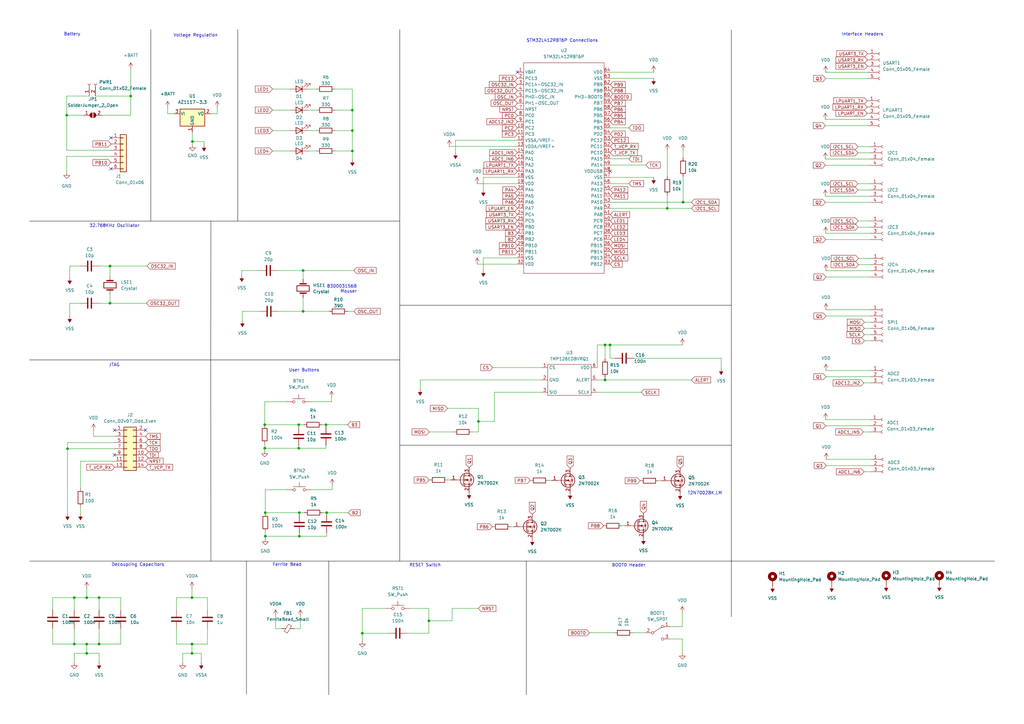
<source format=kicad_sch>
(kicad_sch (version 20211123) (generator eeschema)
  (paper "A3")
  (title_block (title "Group Project Custom PCB"))
  (junction (at 30.48 245.11))
  (junction (at 40.64 264.16))
  (junction (at 108.5596 174.1932))
  (junction (at 124.3076 127.7112))
  (junction (at 133.7056 174.1932))
  (junction (at 175.895 254.635))
  (junction (at 35.56 267.97))
  (junction (at 250.19 141.478))
  (junction (at 144.526 45.1612))
  (junction (at 35.56 264.16))
  (junction (at 45.1104 109.1184))
  (junction (at 124.3076 110.9472))
  (junction (at 27.686 184.0484))
  (junction (at 122.5296 183.8452))
  (junction (at 133.9596 210.2612))
  (junction (at 144.526 53.5432))
  (junction (at 53.6194 39.3954))
  (junction (at 78.74 245.11))
  (junction (at 122.5296 174.1932))
  (junction (at 122.7836 210.2612))
  (junction (at 248.158 155.829))
  (junction (at 30.48 264.16))
  (junction (at 45.1104 124.3584))
  (junction (at 78.9178 58.039))
  (junction (at 280.162 82.931))
  (junction (at 248.158 141.478))
  (junction (at 78.74 267.97))
  (junction (at 108.8136 210.2612))
  (junction (at 27.3558 47.244))
  (junction (at 35.56 245.11))
  (junction (at 273.685 85.471))
  (junction (at 122.7836 219.9132))
  (junction (at 196.215 172.847))
  (junction (at 148.59 259.715))
  (junction (at 108.8136 219.9132))
  (junction (at 40.64 245.11))
  (junction (at 144.526 61.9252))
  (junction (at 78.74 264.16))
  (junction (at 108.5596 183.8452))
  (no_connect (at 250.317 70.231))
  (no_connect (at 212.217 29.591))
  (no_connect (at 59.69 176.4284))
  (no_connect (at 46.99 186.5884))
  (no_connect (at 45.4914 69.215))
  (no_connect (at 46.99 176.4284))
  (no_connect (at 45.4914 56.515))
  (wire (pts (xy 338.7693 127.0762) (xy 357.0573 127.0762)))
  (wire (pts (xy 144.526 36.5252) (xy 137.414 36.5252)))
  (wire (pts (xy 89.0778 44.0944) (xy 89.0778 46.6344)))
  (wire (pts (xy 126.492 45.1612) (xy 129.794 45.1612)))
  (polyline (pts (xy 86.4616 147.6248) (xy 163.8808 147.6248)) (stroke (width 0) (type solid) (color 0 0 0 1)))
  (wire (pts (xy 133.9596 210.2612) (xy 133.9596 211.0232)))
  (polyline (pts (xy 163.957 182.626) (xy 299.974 182.626)) (stroke (width 0) (type solid) (color 0 0 0 1)))
  (wire (pts (xy 45.1104 113.1824) (xy 45.1104 109.1184)))
  (wire (pts (xy 124.5616 174.1932) (xy 122.5296 174.1932)))
  (wire (pts (xy 175.895 259.715) (xy 175.895 254.635)))
  (wire (pts (xy 111.76 45.1612) (xy 118.872 45.1612)))
  (wire (pts (xy 27.686 181.5084) (xy 27.686 184.0484)))
  (wire (pts (xy 78.9178 54.2544) (xy 78.9178 58.039)))
  (wire (pts (xy 133.9596 210.2612) (xy 142.8496 210.2612)))
  (wire (pts (xy 244.983 160.909) (xy 263.017 160.909)))
  (wire (pts (xy 351.9678 93.1672) (xy 357.0478 93.1672)))
  (wire (pts (xy 273.685 61.722) (xy 273.685 72.39)))
  (polyline (pts (xy 163.9316 12.192) (xy 163.9316 90.678)) (stroke (width 0) (type solid) (color 0 0 0 1)))
  (wire (pts (xy 338.7693 113.6142) (xy 357.1843 113.6142)))
  (wire (pts (xy 33.02 189.1284) (xy 46.99 189.1284)))
  (wire (pts (xy 35.56 267.97) (xy 40.64 267.97)))
  (wire (pts (xy 175.895 254.635) (xy 175.895 249.555)))
  (wire (pts (xy 30.48 264.16) (xy 35.56 264.16)))
  (wire (pts (xy 68.7578 44.0944) (xy 68.7578 46.6344)))
  (wire (pts (xy 137.414 61.9252) (xy 144.526 61.9252)))
  (wire (pts (xy 78.74 267.97) (xy 82.55 267.97)))
  (wire (pts (xy 71.2978 46.6344) (xy 68.7578 46.6344)))
  (wire (pts (xy 122.7836 219.9132) (xy 133.9596 219.9132)))
  (wire (pts (xy 244.983 150.749) (xy 244.983 141.478)))
  (wire (pts (xy 145.1356 127.7112) (xy 142.5956 127.7112)))
  (wire (pts (xy 108.8136 219.9132) (xy 108.8136 220.9292)))
  (wire (pts (xy 21.59 245.11) (xy 30.48 245.11)))
  (wire (pts (xy 148.59 259.715) (xy 148.59 262.89)))
  (wire (pts (xy 85.09 245.11) (xy 85.09 250.19)))
  (wire (pts (xy 241.7572 259.5372) (xy 251.9172 259.5372)))
  (wire (pts (xy 74.93 267.97) (xy 78.74 267.97)))
  (wire (pts (xy 33.02 200.3044) (xy 33.02 189.1284)))
  (wire (pts (xy 338.5153 83.0072) (xy 356.9303 83.0072)))
  (wire (pts (xy 108.8136 219.9132) (xy 122.7836 219.9132)))
  (wire (pts (xy 72.39 245.11) (xy 78.74 245.11)))
  (wire (pts (xy 108.5596 182.0672) (xy 108.5596 183.8452)))
  (wire (pts (xy 46.99 184.0484) (xy 27.686 184.0484)))
  (wire (pts (xy 244.983 141.478) (xy 248.158 141.478)))
  (wire (pts (xy 124.3076 110.9472) (xy 145.1356 110.9472)))
  (polyline (pts (xy 299.9232 230.124) (xy 407.924 230.124)) (stroke (width 0) (type solid) (color 0 0 0 1)))
  (wire (pts (xy 250.317 82.931) (xy 280.162 82.931)))
  (polyline (pts (xy 101.092 230.124) (xy 101.092 284.734)) (stroke (width 0) (type solid) (color 0 0 0 1)))
  (wire (pts (xy 30.48 267.97) (xy 30.48 271.78)))
  (wire (pts (xy 250.317 65.151) (xy 257.937 65.151)))
  (wire (pts (xy 195.707 75.311) (xy 212.217 75.311)))
  (wire (pts (xy 108.8136 200.8632) (xy 108.8136 210.2612)))
  (wire (pts (xy 176.022 177.165) (xy 186.055 177.165)))
  (wire (pts (xy 122.5296 183.8452) (xy 133.7056 183.8452)))
  (wire (pts (xy 28.6004 109.1184) (xy 28.6004 113.9444)))
  (wire (pts (xy 78.74 241.3) (xy 78.74 245.11)))
  (wire (pts (xy 27.3558 64.135) (xy 27.3558 70.6882)))
  (wire (pts (xy 352.1043 108.5342) (xy 357.1843 108.5342)))
  (wire (pts (xy 133.7056 174.1932) (xy 142.5956 174.1932)))
  (wire (pts (xy 78.74 264.16) (xy 78.74 267.97)))
  (wire (pts (xy 283.6418 85.471) (xy 273.685 85.471)))
  (wire (pts (xy 172.339 155.829) (xy 222.123 155.829)))
  (wire (pts (xy 72.39 250.19) (xy 72.39 245.11)))
  (wire (pts (xy 49.53 264.16) (xy 49.53 257.81)))
  (wire (pts (xy 183.642 196.85) (xy 184.785 196.85)))
  (wire (pts (xy 99.1616 110.9472) (xy 99.1616 112.9792)))
  (wire (pts (xy 115.57 257.81) (xy 113.03 257.81)))
  (wire (pts (xy 40.64 257.81) (xy 40.64 264.16)))
  (wire (pts (xy 126.492 61.9252) (xy 129.794 61.9252)))
  (wire (pts (xy 35.56 264.16) (xy 35.56 267.97)))
  (wire (pts (xy 338.8963 190.9572) (xy 357.1843 190.9572)))
  (wire (pts (xy 212.217 105.791) (xy 198.247 105.791)))
  (wire (pts (xy 38.354 178.9684) (xy 46.99 178.9684)))
  (wire (pts (xy 351.8503 77.9272) (xy 356.9303 77.9272)))
  (wire (pts (xy 354.5173 134.6962) (xy 357.0573 134.6962)))
  (wire (pts (xy 83.693 59.436) (xy 83.693 58.039)))
  (wire (pts (xy 183.515 167.513) (xy 196.215 167.513)))
  (wire (pts (xy 338.7693 129.6162) (xy 357.0573 129.6162)))
  (wire (pts (xy 40.64 245.11) (xy 49.53 245.11)))
  (wire (pts (xy 351.9678 90.6272) (xy 357.0478 90.6272)))
  (wire (pts (xy 27.686 184.0484) (xy 27.686 210.7184)))
  (wire (pts (xy 248.158 154.813) (xy 248.158 155.829)))
  (wire (pts (xy 137.414 45.1612) (xy 144.526 45.1612)))
  (wire (pts (xy 274.7772 256.9972) (xy 279.8572 256.9972)))
  (wire (pts (xy 250.317 75.311) (xy 257.937 75.311)))
  (wire (pts (xy 338.5153 48.9712) (xy 355.6603 48.9712)))
  (wire (pts (xy 27.3558 61.595) (xy 45.4914 61.595)))
  (wire (pts (xy 40.64 267.97) (xy 40.64 271.78)))
  (wire (pts (xy 108.5596 174.1932) (xy 108.5596 174.4472)))
  (wire (pts (xy 354.1109 177.165) (xy 356.9049 177.165)))
  (wire (pts (xy 32.9184 109.1184) (xy 28.6004 109.1184)))
  (wire (pts (xy 113.03 257.81) (xy 113.03 252.73)))
  (wire (pts (xy 193.675 177.165) (xy 196.215 177.165)))
  (wire (pts (xy 338.6423 29.6672) (xy 355.7873 29.6672)))
  (wire (pts (xy 185.42 249.555) (xy 196.215 249.555)))
  (wire (pts (xy 195.707 108.331) (xy 212.217 108.331)))
  (wire (pts (xy 108.5596 164.7952) (xy 108.5596 174.1932)))
  (wire (pts (xy 136.2456 199.0852) (xy 136.2456 200.8632)))
  (wire (pts (xy 111.76 53.5432) (xy 118.872 53.5432)))
  (wire (pts (xy 122.7836 210.2612) (xy 108.8136 210.2612)))
  (wire (pts (xy 127.8636 200.8632) (xy 136.2456 200.8632)))
  (wire (pts (xy 124.8156 210.2612) (xy 122.7836 210.2612)))
  (polyline (pts (xy 12.1412 90.678) (xy 86.5124 90.678)) (stroke (width 0) (type solid) (color 0 0 0 1)))
  (wire (pts (xy 338.6328 95.7072) (xy 357.0478 95.7072)))
  (wire (pts (xy 117.4496 164.7952) (xy 108.5596 164.7952)))
  (wire (pts (xy 120.65 257.81) (xy 123.19 257.81)))
  (wire (pts (xy 108.5596 183.8452) (xy 122.5296 183.8452)))
  (wire (pts (xy 250.317 29.591) (xy 268.097 29.591)))
  (polyline (pts (xy 12.0904 147.6248) (xy 86.4616 147.6248)) (stroke (width 0) (type solid) (color 0 0 0 1)))
  (wire (pts (xy 144.526 45.1612) (xy 144.526 36.5252)))
  (wire (pts (xy 144.526 65.4812) (xy 144.526 61.9252)))
  (wire (pts (xy 198.247 105.791) (xy 198.247 110.871)))
  (wire (pts (xy 273.685 85.471) (xy 250.317 85.471)))
  (wire (pts (xy 225.0694 197.0532) (xy 226.2124 197.0532)))
  (wire (pts (xy 36.6014 39.3954) (xy 27.3558 39.3954)))
  (wire (pts (xy 33.02 207.9244) (xy 33.02 210.7184)))
  (wire (pts (xy 338.5153 51.5112) (xy 355.6603 51.5112)))
  (wire (pts (xy 35.56 245.11) (xy 40.64 245.11)))
  (wire (pts (xy 40.5384 124.3584) (xy 45.1104 124.3584)))
  (wire (pts (xy 39.1414 39.3954) (xy 53.6194 39.3954)))
  (wire (pts (xy 30.48 257.81) (xy 30.48 264.16)))
  (wire (pts (xy 280.162 61.722) (xy 280.162 64.77)))
  (polyline (pts (xy 12.192 230.124) (xy 101.092 230.124)) (stroke (width 0) (type solid) (color 0 0 0 1)))
  (wire (pts (xy 45.1104 109.1184) (xy 60.3504 109.1184)))
  (wire (pts (xy 351.8503 62.6872) (xy 356.9303 62.6872)))
  (wire (pts (xy 27.3558 47.244) (xy 34.29 47.244)))
  (wire (pts (xy 148.59 249.555) (xy 148.59 259.715)))
  (wire (pts (xy 114.1476 127.7112) (xy 124.3076 127.7112)))
  (wire (pts (xy 124.3076 110.9472) (xy 124.3076 114.5032)))
  (polyline (pts (xy 86.4616 147.6248) (xy 86.5124 230.124)) (stroke (width 0) (type solid) (color 0 0 0 1)))
  (wire (pts (xy 49.53 250.19) (xy 49.53 245.11)))
  (wire (pts (xy 40.64 245.11) (xy 40.64 250.19)))
  (wire (pts (xy 338.7693 154.5082) (xy 357.0573 154.5082)))
  (wire (pts (xy 72.39 264.16) (xy 78.74 264.16)))
  (wire (pts (xy 113.8936 110.9472) (xy 124.3076 110.9472)))
  (wire (pts (xy 273.685 80.01) (xy 273.685 85.471)))
  (wire (pts (xy 248.158 141.478) (xy 250.19 141.478)))
  (wire (pts (xy 117.7036 200.8632) (xy 108.8136 200.8632)))
  (wire (pts (xy 133.7056 182.5752) (xy 133.7056 183.8452)))
  (wire (pts (xy 148.59 259.715) (xy 159.385 259.715)))
  (wire (pts (xy 196.215 177.165) (xy 196.215 172.847)))
  (wire (pts (xy 127.6096 164.7952) (xy 135.9916 164.7952)))
  (polyline (pts (xy 86.5124 90.678) (xy 86.4616 147.6248)) (stroke (width 0) (type solid) (color 0 0 0 1)))
  (wire (pts (xy 72.39 257.81) (xy 72.39 264.16)))
  (wire (pts (xy 126.492 36.5252) (xy 129.794 36.5252)))
  (wire (pts (xy 126.492 53.5432) (xy 129.794 53.5432)))
  (wire (pts (xy 135.9916 163.0172) (xy 135.9916 164.7952)))
  (wire (pts (xy 354.3903 193.4972) (xy 357.1843 193.4972)))
  (wire (pts (xy 82.55 267.97) (xy 82.55 271.78)))
  (wire (pts (xy 35.56 264.16) (xy 40.64 264.16)))
  (wire (pts (xy 248.158 155.829) (xy 283.591 155.829)))
  (wire (pts (xy 38.354 176.4284) (xy 38.354 178.9684)))
  (wire (pts (xy 352.1043 105.9942) (xy 357.1843 105.9942)))
  (wire (pts (xy 202.819 160.909) (xy 222.123 160.909)))
  (wire (pts (xy 280.162 72.39) (xy 280.162 82.931)))
  (wire (pts (xy 40.64 264.16) (xy 49.53 264.16)))
  (wire (pts (xy 255.143 215.646) (xy 256.286 215.646)))
  (wire (pts (xy 338.5153 80.4672) (xy 356.9303 80.4672)))
  (wire (pts (xy 186.817 57.531) (xy 186.817 62.611)))
  (wire (pts (xy 85.09 257.81) (xy 85.09 264.16)))
  (wire (pts (xy 198.247 72.771) (xy 198.247 77.851)))
  (wire (pts (xy 250.19 141.478) (xy 279.908 141.478)))
  (wire (pts (xy 351.8503 60.1472) (xy 356.9303 60.1472)))
  (wire (pts (xy 108.8136 218.1352) (xy 108.8136 219.9132)))
  (wire (pts (xy 144.526 53.5432) (xy 144.526 45.1612)))
  (wire (pts (xy 41.91 47.244) (xy 53.6194 47.244)))
  (wire (pts (xy 248.158 141.478) (xy 248.158 147.193)))
  (wire (pts (xy 35.56 241.3) (xy 35.56 245.11)))
  (polyline (pts (xy 299.974 230.124) (xy 299.974 252.984)) (stroke (width 0) (type solid) (color 0 0 0 1)))
  (wire (pts (xy 137.414 53.5432) (xy 144.526 53.5432)))
  (wire (pts (xy 83.693 58.039) (xy 78.9178 58.039)))
  (wire (pts (xy 338.5153 67.7672) (xy 356.9303 67.7672)))
  (wire (pts (xy 122.5296 174.1932) (xy 108.5596 174.1932)))
  (wire (pts (xy 122.7836 210.2612) (xy 122.7836 211.2772)))
  (wire (pts (xy 338.7693 151.9682) (xy 357.0573 151.9682)))
  (wire (pts (xy 338.6328 98.2472) (xy 357.0478 98.2472)))
  (wire (pts (xy 244.983 155.829) (xy 248.158 155.829)))
  (wire (pts (xy 78.74 245.11) (xy 85.09 245.11)))
  (polyline (pts (xy 215.9 230.124) (xy 215.9 284.988)) (stroke (width 0) (type solid) (color 0 0 0 1)))
  (polyline (pts (xy 101.092 230.124) (xy 134.874 230.124)) (stroke (width 0) (type solid) (color 0 0 0 1)))
  (polyline (pts (xy 134.874 230.124) (xy 215.9 230.124)) (stroke (width 0) (type solid) (color 0 0 0 1)))
  (wire (pts (xy 270.1798 197.1802) (xy 271.3228 197.1802)))
  (wire (pts (xy 212.217 72.771) (xy 198.247 72.771)))
  (polyline (pts (xy 215.9 230.124) (xy 299.974 230.124)) (stroke (width 0) (type solid) (color 0 0 0 1)))
  (wire (pts (xy 78.74 264.16) (xy 85.09 264.16)))
  (wire (pts (xy 45.1104 109.1184) (xy 40.5384 109.1184)))
  (wire (pts (xy 196.215 172.847) (xy 196.215 167.513)))
  (wire (pts (xy 133.9596 218.6432) (xy 133.9596 219.9132)))
  (wire (pts (xy 122.5296 182.8292) (xy 122.5296 183.8452)))
  (wire (pts (xy 351.8503 75.3872) (xy 356.9303 75.3872)))
  (wire (pts (xy 158.115 249.555) (xy 148.59 249.555)))
  (polyline (pts (xy 97.4852 12.1666) (xy 97.4852 90.6526)) (stroke (width 0) (type solid) (color 0 0 0 1)))
  (wire (pts (xy 30.48 245.11) (xy 35.56 245.11)))
  (wire (pts (xy 27.3558 39.3954) (xy 27.3558 47.244)))
  (wire (pts (xy 338.7693 111.0742) (xy 357.1843 111.0742)))
  (polyline (pts (xy 163.9316 90.678) (xy 163.9316 230.124)) (stroke (width 0) (type solid) (color 0 0 0 1)))
  (wire (pts (xy 108.5596 183.8452) (xy 108.5596 184.8612)))
  (wire (pts (xy 184.277 60.071) (xy 212.217 60.071)))
  (wire (pts (xy 250.317 52.451) (xy 257.937 52.451)))
  (wire (pts (xy 133.7056 174.1932) (xy 133.7056 174.9552)))
  (wire (pts (xy 250.317 72.771) (xy 268.097 72.771)))
  (wire (pts (xy 27.3558 47.244) (xy 27.3558 61.595)))
  (wire (pts (xy 78.9178 58.039) (xy 78.9178 59.3344)))
  (wire (pts (xy 259.842 146.939) (xy 295.783 146.939)))
  (wire (pts (xy 30.48 250.19) (xy 30.48 245.11)))
  (wire (pts (xy 279.8572 251.2822) (xy 279.8572 256.9972)))
  (wire (pts (xy 279.8572 262.0772) (xy 279.8572 267.7922)))
  (wire (pts (xy 108.8136 210.2612) (xy 108.8136 210.5152)))
  (wire (pts (xy 132.4356 210.2612) (xy 133.9596 210.2612)))
  (wire (pts (xy 250.19 146.939) (xy 250.19 141.478)))
  (wire (pts (xy 74.93 271.78) (xy 74.93 267.97)))
  (wire (pts (xy 338.8963 188.4172) (xy 357.1843 188.4172)))
  (wire (pts (xy 123.19 257.81) (xy 123.19 252.73)))
  (wire (pts (xy 259.5372 259.5372) (xy 264.6172 259.5372)))
  (wire (pts (xy 354.5173 137.2362) (xy 357.0573 137.2362)))
  (wire (pts (xy 111.76 61.9252) (xy 118.872 61.9252)))
  (wire (pts (xy 122.7836 218.8972) (xy 122.7836 219.9132)))
  (wire (pts (xy 106.5276 127.7112) (xy 99.4156 127.7112)))
  (wire (pts (xy 172.339 155.829) (xy 172.339 159.639)))
  (wire (pts (xy 338.5153 65.2272) (xy 356.9303 65.2272)))
  (wire (pts (xy 28.6004 124.3584) (xy 28.6004 129.6924)))
  (wire (pts (xy 32.9184 124.3584) (xy 28.6004 124.3584)))
  (wire (pts (xy 202.057 150.749) (xy 222.123 150.749)))
  (wire (pts (xy 175.895 249.555) (xy 168.275 249.555)))
  (wire (pts (xy 283.6418 82.931) (xy 280.162 82.931)))
  (wire (pts (xy 274.7772 262.0772) (xy 279.8572 262.0772)))
  (wire (pts (xy 21.59 245.11) (xy 21.59 250.19)))
  (wire (pts (xy 132.1816 174.1932) (xy 133.7056 174.1932)))
  (wire (pts (xy 21.59 257.81) (xy 21.59 264.16)))
  (wire (pts (xy 209.55 216.027) (xy 210.693 216.027)))
  (polyline (pts (xy 299.974 12.192) (xy 299.974 230.124)) (stroke (width 0) (type solid) (color 0 0 0 1)))
  (wire (pts (xy 338.6169 172.085) (xy 356.9049 172.085)))
  (wire (pts (xy 124.3076 127.7112) (xy 134.9756 127.7112)))
  (wire (pts (xy 45.1104 120.8024) (xy 45.1104 124.3584)))
  (polyline (pts (xy 86.5124 90.678) (xy 163.9316 90.678)) (stroke (width 0) (type solid) (color 0 0 0 1)))
  (wire (pts (xy 86.5378 46.6344) (xy 89.0778 46.6344)))
  (wire (pts (xy 21.59 264.16) (xy 30.48 264.16)))
  (wire (pts (xy 53.6194 47.244) (xy 53.6194 39.3954)))
  (wire (pts (xy 252.222 146.939) (xy 250.19 146.939)))
  (wire (pts (xy 122.5296 174.1932) (xy 122.5296 175.2092)))
  (wire (pts (xy 212.217 57.531) (xy 186.817 57.531)))
  (wire (pts (xy 46.99 181.5084) (xy 27.686 181.5084)))
  (wire (pts (xy 185.42 249.555) (xy 185.42 254.635)))
  (wire (pts (xy 338.6423 32.2072) (xy 355.7873 32.2072)))
  (wire (pts (xy 167.005 259.715) (xy 175.895 259.715)))
  (wire (pts (xy 175.895 254.635) (xy 185.42 254.635)))
  (wire (pts (xy 338.6169 174.625) (xy 356.9049 174.625)))
  (wire (pts (xy 354.5173 139.7762) (xy 357.0573 139.7762)))
  (wire (pts (xy 295.783 146.939) (xy 295.783 151.13)))
  (polyline (pts (xy 134.874 230.124) (xy 134.874 284.988)) (stroke (width 0) (type solid) (color 0 0 0 1)))
  (wire (pts (xy 202.819 160.909) (xy 202.819 172.847)))
  (wire (pts (xy 144.526 61.9252) (xy 144.526 53.5432)))
  (wire (pts (xy 111.76 36.5252) (xy 118.872 36.5252)))
  (wire (pts (xy 250.317 32.131) (xy 268.097 32.131)))
  (wire (pts (xy 99.4156 127.7112) (xy 99.4156 131.5212)))
  (polyline (pts (xy 163.957 125.222) (xy 299.974 125.222)) (stroke (width 0) (type solid) (color 0 0 0 1)))
  (wire (pts (xy 354.2633 157.0482) (xy 357.0573 157.0482)))
  (wire (pts (xy 202.819 172.847) (xy 196.215 172.847)))
  (wire (pts (xy 53.6194 39.3954) (xy 53.6194 28.2702)))
  (wire (pts (xy 45.1104 124.3584) (xy 60.0964 124.3584)))
  (wire (pts (xy 124.3076 122.1232) (xy 124.3076 127.7112)))
  (wire (pts (xy 45.4914 64.135) (xy 27.3558 64.135)))
  (wire (pts (xy 250.317 67.691) (xy 264.922 67.691)))
  (polyline (pts (xy 61.8744 12.1412) (xy 61.8744 90.6272)) (stroke (width 0) (type solid) (color 0 0 0 1)))
  (wire (pts (xy 354.5173 132.1562) (xy 357.0573 132.1562)))
  (wire (pts (xy 35.56 267.97) (xy 30.48 267.97)))
  (wire (pts (xy 106.2736 110.9472) (xy 99.1616 110.9472)))
  (text "RESET Switch\n" (at 167.8432 232.6132 0) (effects (font (size 1.27 1.27)) (justify left bottom)))
  (text "JTAG" (at 49.1236 150.5204 180) (effects (font (size 1.27 1.27)) (justify right bottom)))
  (text "BOOT0 Header\n" (at 250.9012 232.664 0) (effects (font (size 1.27 1.27)) (justify left bottom)))
  (text "Ferrite Bead" (at 111.76 232.41 0) (effects (font (size 1.27 1.27)) (justify left bottom)))
  (text "User Buttons\n" (at 118.4148 152.654 0) (effects (font (size 1.27 1.27)) (justify left bottom)))
  (text "STM32L412RBT6P Connections\n" (at 215.9 17.4752 0) (effects (font (size 1.27 1.27)) (justify left bottom)))
  (text "Interface Headers\n" (at 345.186 14.8844 0) (effects (font (size 1.27 1.27)) (justify left bottom)))
  (text "Decoupling Capacitors\n" (at 45.72 232.41 0) (effects (font (size 1.27 1.27)) (justify left bottom)))
  (text "Voltage Regulation\n" (at 71.0946 15.2908 0) (effects (font (size 1.27 1.27)) (justify left bottom)))
  (text "Battery\n" (at 26.1112 14.8336 0) (effects (font (size 1.27 1.27)) (justify left bottom)))
  (text "32.768KHz Oscillator\n" (at 36.6268 93.4212 0) (effects (font (size 1.27 1.27)) (justify left bottom)))
  (text "830003156B\nMouser" (at 146.4056 120.3452 180) (effects (font (size 1.27 1.27)) (justify right bottom)))
  (text "T2N7002BK,LM\n" (at 281.9908 203.073 0) (effects (font (size 1.27 1.27)) (justify left bottom)))
  (global_label "OSC32_OUT" (shape input) (at 60.0964 124.3584 0) (property "Intersheet References" "${INTERSHEET_REFS}" (effects hide)))
  (global_label "I2C1_SDA" (shape input) (at 351.8503 62.6872 180) (property "Intersheet References" "${INTERSHEET_REFS}" (effects hide)))
  (global_label "T_VCP_RX" (shape input) (at 250.317 60.071 0) (property "Intersheet References" "${INTERSHEET_REFS}" (effects hide)))
  (global_label "Q2" (shape input) (at 338.6328 98.2472 180) (property "Intersheet References" "${INTERSHEET_REFS}" (effects hide)))
  (global_label "I2C1_SCL" (shape input) (at 283.6418 85.471 0) (property "Intersheet References" "${INTERSHEET_REFS}" (effects hide)))
  (global_label "SCLK" (shape input) (at 354.5173 137.2362 180) (property "Intersheet References" "${INTERSHEET_REFS}" (effects hide)))
  (global_label "OSC32_OUT" (shape input) (at 212.217 37.211 180) (property "Intersheet References" "${INTERSHEET_REFS}" (effects hide)))
  (global_label "USART3_EN" (shape input) (at 355.7873 27.1272 180) (property "Intersheet References" "${INTERSHEET_REFS}" (effects hide)))
  (global_label "BOOT0" (shape input) (at 241.7572 259.5372 180) (property "Intersheet References" "${INTERSHEET_REFS}" (effects hide)))
  (global_label "OSC_OUT" (shape input) (at 145.1356 127.7112 0) (property "Intersheet References" "${INTERSHEET_REFS}" (effects hide)))
  (global_label "LED4" (shape input) (at 111.76 61.9252 180) (property "Intersheet References" "${INTERSHEET_REFS}" (effects hide)))
  (global_label "PB4" (shape input) (at 250.317 49.911 0) (property "Intersheet References" "${INTERSHEET_REFS}" (effects hide)))
  (global_label "BOOT0" (shape input) (at 250.317 39.751 0) (property "Intersheet References" "${INTERSHEET_REFS}" (effects hide)))
  (global_label "Q3" (shape input) (at 338.8963 190.9572 180) (property "Intersheet References" "${INTERSHEET_REFS}" (effects hide)))
  (global_label "TDI" (shape input) (at 59.69 186.5884 0) (property "Intersheet References" "${INTERSHEET_REFS}" (effects hide)))
  (global_label "PB7" (shape input) (at 250.317 42.291 0) (property "Intersheet References" "${INTERSHEET_REFS}" (effects hide)))
  (global_label "I2C1_SCL" (shape input) (at 351.8503 60.1472 180) (property "Intersheet References" "${INTERSHEET_REFS}" (effects hide)))
  (global_label "Q5" (shape input) (at 338.7693 129.6162 180) (property "Intersheet References" "${INTERSHEET_REFS}" (effects hide)))
  (global_label "OSC_OUT" (shape input) (at 212.217 42.291 180) (property "Intersheet References" "${INTERSHEET_REFS}" (effects hide)))
  (global_label "I2C1_SDA" (shape input) (at 351.9678 93.1672 180) (property "Intersheet References" "${INTERSHEET_REFS}" (effects hide)))
  (global_label "I2C1_SCL" (shape input) (at 352.1043 105.9942 180) (property "Intersheet References" "${INTERSHEET_REFS}" (effects hide)))
  (global_label "CS" (shape input) (at 202.057 150.749 180) (property "Intersheet References" "${INTERSHEET_REFS}" (effects hide)))
  (global_label "LPUART1_RX" (shape input) (at 212.217 70.231 180) (property "Intersheet References" "${INTERSHEET_REFS}" (effects hide)))
  (global_label "LED2" (shape input) (at 250.317 93.091 0) (property "Intersheet References" "${INTERSHEET_REFS}" (effects hide)))
  (global_label "USART3_EN" (shape input) (at 212.217 93.091 180) (property "Intersheet References" "${INTERSHEET_REFS}" (effects hide)))
  (global_label "I2C1_SDA" (shape input) (at 351.8503 77.9272 180) (property "Intersheet References" "${INTERSHEET_REFS}" (effects hide)))
  (global_label "TDO" (shape input) (at 257.937 52.451 0) (property "Intersheet References" "${INTERSHEET_REFS}" (effects hide)))
  (global_label "USART3_TX" (shape input) (at 212.217 88.011 180) (property "Intersheet References" "${INTERSHEET_REFS}" (effects hide)))
  (global_label "T_VCP_TX" (shape input) (at 250.317 62.611 0) (property "Intersheet References" "${INTERSHEET_REFS}" (effects hide)))
  (global_label "MISO" (shape input) (at 250.317 103.251 0) (property "Intersheet References" "${INTERSHEET_REFS}" (effects hide)))
  (global_label "PB7" (shape input) (at 217.4494 197.0532 180) (property "Intersheet References" "${INTERSHEET_REFS}" (effects hide)))
  (global_label "PB8" (shape input) (at 247.523 215.646 180) (property "Intersheet References" "${INTERSHEET_REFS}" (effects hide)))
  (global_label "I2C1_SCL" (shape input) (at 351.8503 75.3872 180) (property "Intersheet References" "${INTERSHEET_REFS}" (effects hide)))
  (global_label "TCK" (shape input) (at 264.922 67.691 0) (property "Intersheet References" "${INTERSHEET_REFS}" (effects hide)))
  (global_label "ADC1_IN6" (shape input) (at 354.3903 193.4972 180) (property "Intersheet References" "${INTERSHEET_REFS}" (effects hide)))
  (global_label "OSC_IN" (shape input) (at 145.1356 110.9472 0) (property "Intersheet References" "${INTERSHEET_REFS}" (effects hide)))
  (global_label "ADC12_IN2" (shape input) (at 212.217 49.911 180) (property "Intersheet References" "${INTERSHEET_REFS}" (effects hide)))
  (global_label "PB9" (shape input) (at 250.317 34.671 0) (property "Intersheet References" "${INTERSHEET_REFS}" (effects hide)))
  (global_label "PB6" (shape input) (at 250.317 44.831 0) (property "Intersheet References" "${INTERSHEET_REFS}" (effects hide)))
  (global_label "MOSI" (shape input) (at 176.022 177.165 180) (property "Intersheet References" "${INTERSHEET_REFS}" (effects hide)))
  (global_label "Q4" (shape input) (at 263.906 210.566 90) (property "Intersheet References" "${INTERSHEET_REFS}" (effects hide)))
  (global_label "ADC1_IN5" (shape input) (at 212.217 62.611 180) (property "Intersheet References" "${INTERSHEET_REFS}" (effects hide)))
  (global_label "Q4" (shape input) (at 338.5153 51.5112 180) (property "Intersheet References" "${INTERSHEET_REFS}" (effects hide)))
  (global_label "LPUART1_TX" (shape input) (at 355.6603 41.3512 180) (property "Intersheet References" "${INTERSHEET_REFS}" (effects hide)))
  (global_label "TDI" (shape input) (at 257.937 65.151 0) (property "Intersheet References" "${INTERSHEET_REFS}" (effects hide)))
  (global_label "SCLK" (shape input) (at 250.317 105.791 0) (property "Intersheet References" "${INTERSHEET_REFS}" (effects hide)))
  (global_label "B3" (shape input) (at 142.5956 174.1932 0) (property "Intersheet References" "${INTERSHEET_REFS}" (effects hide)))
  (global_label "B2" (shape input) (at 142.8496 210.2612 0) (property "Intersheet References" "${INTERSHEET_REFS}" (effects hide)))
  (global_label "ADC1_IN6" (shape input) (at 212.217 65.151 180) (property "Intersheet References" "${INTERSHEET_REFS}" (effects hide)))
  (global_label "PA4" (shape input) (at 212.217 77.851 180) (property "Intersheet References" "${INTERSHEET_REFS}" (effects hide)))
  (global_label "TDO" (shape input) (at 59.69 184.0484 0) (property "Intersheet References" "${INTERSHEET_REFS}" (effects hide)))
  (global_label "PB8" (shape input) (at 250.317 37.211 0) (property "Intersheet References" "${INTERSHEET_REFS}" (effects hide)))
  (global_label "MOSI" (shape input) (at 354.5173 132.1562 180) (property "Intersheet References" "${INTERSHEET_REFS}" (effects hide)))
  (global_label "Q3" (shape input) (at 233.8324 191.9732 90) (property "Intersheet References" "${INTERSHEET_REFS}" (effects hide)))
  (global_label "USART3_TX" (shape input) (at 355.7873 22.0472 180) (property "Intersheet References" "${INTERSHEET_REFS}" (effects hide)))
  (global_label "OSC32_IN" (shape input) (at 60.3504 109.1184 0) (property "Intersheet References" "${INTERSHEET_REFS}" (effects hide)))
  (global_label "LED3" (shape input) (at 250.317 95.631 0) (property "Intersheet References" "${INTERSHEET_REFS}" (effects hide)))
  (global_label "PA11" (shape input) (at 250.317 80.391 0) (property "Intersheet References" "${INTERSHEET_REFS}" (effects hide)))
  (global_label "USART3_RX" (shape input) (at 355.7873 24.5872 180) (property "Intersheet References" "${INTERSHEET_REFS}" (effects hide)))
  (global_label "Q1" (shape input) (at 192.405 191.77 90) (property "Intersheet References" "${INTERSHEET_REFS}" (effects hide)))
  (global_label "LED2" (shape input) (at 111.76 45.1612 180) (property "Intersheet References" "${INTERSHEET_REFS}" (effects hide)))
  (global_label "CS" (shape input) (at 250.317 108.331 0) (property "Intersheet References" "${INTERSHEET_REFS}" (effects hide)))
  (global_label "TCK" (shape input) (at 59.69 181.5084 0) (property "Intersheet References" "${INTERSHEET_REFS}" (effects hide)))
  (global_label "PB11" (shape input) (at 45.4914 59.055 180) (property "Intersheet References" "${INTERSHEET_REFS}" (effects hide)))
  (global_label "LPUART1_RX" (shape input) (at 355.6603 43.8912 180) (property "Intersheet References" "${INTERSHEET_REFS}" (effects hide)))
  (global_label "LED1" (shape input) (at 111.76 36.5252 180) (property "Intersheet References" "${INTERSHEET_REFS}" (effects hide)))
  (global_label "PA12" (shape input) (at 250.317 77.851 0) (property "Intersheet References" "${INTERSHEET_REFS}" (effects hide)))
  (global_label "Q1" (shape input) (at 338.6169 174.625 180) (property "Intersheet References" "${INTERSHEET_REFS}" (effects hide)))
  (global_label "I2C1_SCL" (shape input) (at 351.9678 90.6272 180) (property "Intersheet References" "${INTERSHEET_REFS}" (effects hide)))
  (global_label "PC2" (shape input) (at 212.217 52.451 180) (property "Intersheet References" "${INTERSHEET_REFS}" (effects hide)))
  (global_label "OSC32_IN" (shape input) (at 212.217 34.671 180) (property "Intersheet References" "${INTERSHEET_REFS}" (effects hide)))
  (global_label "SCLK" (shape input) (at 263.017 160.909 0) (property "Intersheet References" "${INTERSHEET_REFS}" (effects hide)))
  (global_label "LPUART_EN" (shape input) (at 212.217 85.471 180) (property "Intersheet References" "${INTERSHEET_REFS}" (effects hide)))
  (global_label "LPUART_EN" (shape input) (at 355.6603 46.4312 180) (property "Intersheet References" "${INTERSHEET_REFS}" (effects hide)))
  (global_label "Q3" (shape input) (at 338.6423 32.2072 180) (property "Intersheet References" "${INTERSHEET_REFS}" (effects hide)))
  (global_label "LED4" (shape input) (at 250.317 98.171 0) (property "Intersheet References" "${INTERSHEET_REFS}" (effects hide)))
  (global_label "PB11" (shape input) (at 212.217 103.251 180) (property "Intersheet References" "${INTERSHEET_REFS}" (effects hide)))
  (global_label "NRST" (shape input) (at 212.217 44.831 180) (property "Intersheet References" "${INTERSHEET_REFS}" (effects hide)))
  (global_label "Q5" (shape input) (at 278.9428 192.1002 90) (property "Intersheet References" "${INTERSHEET_REFS}" (effects hide)))
  (global_label "Q2" (shape input) (at 338.5153 83.0072 180) (property "Intersheet References" "${INTERSHEET_REFS}" (effects hide)))
  (global_label "ALERT" (shape input) (at 283.591 155.829 0) (property "Intersheet References" "${INTERSHEET_REFS}" (effects hide)))
  (global_label "LPUART1_TX" (shape input) (at 212.217 67.691 180) (property "Intersheet References" "${INTERSHEET_REFS}" (effects hide)))
  (global_label "Q1" (shape input) (at 338.7693 154.5082 180) (property "Intersheet References" "${INTERSHEET_REFS}" (effects hide)))
  (global_label "PD2" (shape input) (at 250.317 54.991 0) (property "Intersheet References" "${INTERSHEET_REFS}" (effects hide)))
  (global_label "NRST" (shape input) (at 59.69 189.1284 0) (property "Intersheet References" "${INTERSHEET_REFS}" (effects hide)))
  (global_label "Q2" (shape input) (at 338.5153 67.7672 180) (property "Intersheet References" "${INTERSHEET_REFS}" (effects hide)))
  (global_label "PB6" (shape input) (at 201.93 216.027 180) (property "Intersheet References" "${INTERSHEET_REFS}" (effects hide)))
  (global_label "B2" (shape input) (at 212.217 98.171 180) (property "Intersheet References" "${INTERSHEET_REFS}" (effects hide)))
  (global_label "USART3_RX" (shape input) (at 212.217 90.551 180) (property "Intersheet References" "${INTERSHEET_REFS}" (effects hide)))
  (global_label "CS" (shape input) (at 354.5173 139.7762 180) (property "Intersheet References" "${INTERSHEET_REFS}" (effects hide)))
  (global_label "PB10" (shape input) (at 212.217 100.711 180) (property "Intersheet References" "${INTERSHEET_REFS}" (effects hide)))
  (global_label "PB5" (shape input) (at 250.317 47.371 0) (property "Intersheet References" "${INTERSHEET_REFS}" (effects hide)))
  (global_label "MISO" (shape input) (at 183.515 167.513 180) (property "Intersheet References" "${INTERSHEET_REFS}" (effects hide)))
  (global_label "PC12" (shape input) (at 250.317 57.531 0) (property "Intersheet References" "${INTERSHEET_REFS}" (effects hide)))
  (global_label "Q2" (shape input) (at 218.313 210.947 90) (property "Intersheet References" "${INTERSHEET_REFS}" (effects hide)))
  (global_label "PC0" (shape input) (at 212.217 47.371 180) (property "Intersheet References" "${INTERSHEET_REFS}" (effects hide)))
  (global_label "ALERT" (shape input) (at 250.317 88.011 0) (property "Intersheet References" "${INTERSHEET_REFS}" (effects hide)))
  (global_label "PA6" (shape input) (at 212.217 82.931 180) (property "Intersheet References" "${INTERSHEET_REFS}" (effects hide)))
  (global_label "PC13" (shape input) (at 212.217 32.131 180) (property "Intersheet References" "${INTERSHEET_REFS}" (effects hide)))
  (global_label "NRST" (shape input) (at 196.215 249.555 0) (property "Intersheet References" "${INTERSHEET_REFS}" (effects hide)))
  (global_label "MISO" (shape input) (at 354.5173 134.6962 180) (property "Intersheet References" "${INTERSHEET_REFS}" (effects hide)))
  (global_label "PB5" (shape input) (at 176.022 196.85 180) (property "Intersheet References" "${INTERSHEET_REFS}" (effects hide)))
  (global_label "PA5" (shape input) (at 212.217 80.391 180) (property "Intersheet References" "${INTERSHEET_REFS}" (effects hide)))
  (global_label "Q2" (shape input) (at 338.7693 113.6142 180) (property "Intersheet References" "${INTERSHEET_REFS}" (effects hide)))
  (global_label "ADC1_IN5" (shape input) (at 354.1109 177.165 180) (property "Intersheet References" "${INTERSHEET_REFS}" (effects hide)))
  (global_label "I2C1_SDA" (shape input) (at 283.6418 82.931 0) (property "Intersheet References" "${INTERSHEET_REFS}" (effects hide)))
  (global_label "LED1" (shape input) (at 250.317 90.551 0) (property "Intersheet References" "${INTERSHEET_REFS}" (effects hide)))
  (global_label "OSC_IN" (shape input) (at 212.217 39.751 180) (property "Intersheet References" "${INTERSHEET_REFS}" (effects hide)))
  (global_label "T_VCP_TX" (shape input) (at 59.69 191.6684 0) (property "Intersheet References" "${INTERSHEET_REFS}" (effects hide)))
  (global_label "PB10" (shape input) (at 45.4914 66.675 180) (property "Intersheet References" "${INTERSHEET_REFS}" (effects hide)))
  (global_label "TMS" (shape input) (at 257.937 75.311 0) (property "Intersheet References" "${INTERSHEET_REFS}" (effects hide)))
  (global_label "T_VCP_RX" (shape input) (at 46.99 191.6684 180) (property "Intersheet References" "${INTERSHEET_REFS}" (effects hide)))
  (global_label "ADC12_IN2" (shape input) (at 354.2633 157.0482 180) (property "Intersheet References" "${INTERSHEET_REFS}" (effects hide)))
  (global_label "TMS" (shape input) (at 59.69 178.9684 0) (property "Intersheet References" "${INTERSHEET_REFS}" (effects hide)))
  (global_label "MOSI" (shape input) (at 250.317 100.711 0) (property "Intersheet References" "${INTERSHEET_REFS}" (effects hide)))
  (global_label "LED3" (shape input) (at 111.76 53.5432 180) (property "Intersheet References" "${INTERSHEET_REFS}" (effects hide)))
  (global_label "I2C1_SDA" (shape input) (at 352.1043 108.5342 180) (property "Intersheet References" "${INTERSHEET_REFS}" (effects hide)))
  (global_label "PC3" (shape input) (at 212.217 54.991 180) (property "Intersheet References" "${INTERSHEET_REFS}" (effects hide)))
  (global_label "PB9" (shape input) (at 262.5598 197.1802 180) (property "Intersheet References" "${INTERSHEET_REFS}" (effects hide)))
  (global_label "B3" (shape input) (at 212.217 95.631 180) (property "Intersheet References" "${INTERSHEET_REFS}" (effects hide)))
  (symbol (lib_id "Device:R") (at 205.74 216.027 270) (unit 1)
    (property "Reference" "R13" (at 205.74 209.804 90))
    (property "Value" "1k" (at 205.74 212.344 90))
    (property "Footprint" "Resistor_SMD:R_0603_1608Metric" (effects hide))
  )
  (symbol (lib_id "Connector:Conn_01x05_Female") (at 360.8673 27.1272 0) (unit 1)
    (property "Reference" "USART1" (at 362.0103 25.8571 0) (effects (justify left)))
    (property "Value" "Conn_01x05_Female" (at 362.0103 28.3971 0) (effects (justify left)))
    (property "Footprint" "Connector_PinHeader_2.54mm:PinHeader_1x05_P2.54mm_Vertical" (effects hide))
  )
  (symbol (lib_id "Device:R") (at 189.865 177.165 270) (unit 1)
    (property "Reference" "R12" (at 189.865 170.815 90))
    (property "Value" "10k" (at 189.865 173.355 90))
    (property "Footprint" "Resistor_SMD:R_0603_1608Metric" (effects hide))
  )
  (symbol (lib_id "Custom_Components:STM32L412RBT6P") (at 226.187 20.701 0) (unit 1)
    (property "Reference" "U2" (at 231.267 20.701 0))
    (property "Value" "STM32L412RBT6P" (at 231.267 23.241 0))
    (property "Footprint" "Custom_Footprints:STM32L412RBT6P_Foot" (effects hide))
  )
  (symbol (lib_id "Regulator_Linear:AZ1117-3.3") (at 78.9178 46.6344 0) (unit 1)
    (property "Reference" "U1" (at 78.9178 39.37 0))
    (property "Value" "AZ1117-3.3" (at 78.9178 41.91 0))
    (property "Footprint" "Package_TO_SOT_SMD:SOT-223-3_TabPin2" (effects hide))
    (property "Datasheet" "https://www.diodes.com/assets/Datasheets/AZ1117.pdf" (effects hide))
  )
  (symbol (lib_id "Mechanical:MountingHole_Pad") (at 385.2672 237.3376 0) (unit 1)
    (property "Reference" "H4" (at 387.8072 234.7975 0) (effects (justify left)))
    (property "Value" "MountingHole_Pad" (at 387.8072 237.3375 0) (effects (justify left)))
    (property "Footprint" "MountingHole:MountingHole_2.2mm_M2_Pad_Via" (effects hide))
  )
  (symbol (lib_id "power:VSS") (at 28.6004 129.6924 180) (unit 1)
    (property "Reference" "#PWR04" (effects hide))
    (property "Value" "VSS" (at 28.6004 134.7724 0))
  )
  (symbol (lib_id "Device:C") (at 133.9596 214.8332 0) (unit 1)
    (property "Reference" "C14" (at 137.4394 213.5631 0) (effects (justify left)))
    (property "Value" "100n" (at 137.4394 216.1031 0) (effects (justify left)))
    (property "Footprint" "Capacitor_SMD:C_0603_1608Metric_Pad1.08x0.95mm_HandSolder" (effects hide))
  )
  (symbol (lib_id "power:VSSA") (at 82.55 271.78 180) (unit 1)
    (property "Reference" "#PWR015" (effects hide))
    (property "Value" "VSSA" (at 82.55 276.86 0))
  )
  (symbol (lib_id "power:VDD") (at 279.8572 251.2822 0) (unit 1)
    (property "Reference" "#PWR044" (effects hide))
    (property "Value" "VDD" (at 279.8572 246.2022 0))
  )
  (symbol (lib_id "Device:C") (at 36.7284 124.3584 90) (unit 1)
    (property "Reference" "C4" (at 36.7284 117.2464 90))
    (property "Value" "10p" (at 36.7284 119.7864 90))
    (property "Footprint" "Capacitor_SMD:C_0603_1608Metric_Pad1.08x0.95mm_HandSolder" (effects hide))
  )
  (symbol (lib_id "power:GND") (at 108.8136 220.9292 0) (unit 1)
    (property "Reference" "#PWR021" (effects hide))
    (property "Value" "GND" (at 108.8136 226.0092 0))
  )
  (symbol (lib_id "power:VDDA") (at 113.03 252.73 0) (unit 1)
    (property "Reference" "#PWR022" (effects hide))
    (property "Value" "VDDA" (at 113.03 247.65 0))
  )
  (symbol (lib_id "Device:LED") (at 122.682 53.5432 180) (unit 1)
    (property "Reference" "D3" (at 122.682 56.5912 0))
    (property "Value" "LED" (at 122.682 50.4952 0))
    (property "Footprint" "LED_SMD:LED_0603_1608Metric_Pad1.05x0.95mm_HandSolder" (effects hide))
  )
  (symbol (lib_id "power:VDD") (at 338.7693 127.0762 0) (unit 1)
    (property "Reference" "#PWR057" (effects hide))
    (property "Value" "VDD" (at 338.7693 121.9962 0))
  )
  (symbol (lib_id "Device:C") (at 110.3376 127.7112 90) (unit 1)
    (property "Reference" "C10" (at 110.3376 120.5992 90))
    (property "Value" "20p" (at 110.3376 123.1392 90))
    (property "Footprint" "Capacitor_SMD:C_0603_1608Metric_Pad1.08x0.95mm_HandSolder" (effects hide))
  )
  (symbol (lib_id "Device:Crystal") (at 45.1104 116.9924 90) (unit 1)
    (property "Reference" "LSE1" (at 49.53 115.7223 90) (effects (justify right)))
    (property "Value" "Crystal" (at 49.53 118.2623 90) (effects (justify right)))
    (property "Footprint" "Crystal:Crystal_SMD_MicroCrystal_CC7V-T1A-2Pin_3.2x1.5mm_HandSoldering" (effects hide))
  )
  (symbol (lib_id "power:VSS") (at 192.405 201.93 180) (unit 1)
    (property "Reference" "#PWR031" (effects hide))
    (property "Value" "VSS" (at 192.405 207.01 0))
  )
  (symbol (lib_id "Custom_Components:TMP126EDBVRQ1") (at 232.283 144.399 0) (unit 1)
    (property "Reference" "U3" (at 233.553 144.653 0))
    (property "Value" "TMP126EDBVRQ1" (at 233.553 147.193 0))
    (property "Footprint" "Package_TO_SOT_SMD:SOT-23-6_Handsoldering" (effects hide))
  )
  (symbol (lib_id "power:VDDA") (at 78.74 241.3 0) (unit 1)
    (property "Reference" "#PWR013" (effects hide))
    (property "Value" "VDDA" (at 78.74 236.22 0))
  )
  (symbol (lib_id "Device:R") (at 248.158 151.003 0) (unit 1)
    (property "Reference" "R15" (at 250.19 149.7329 0) (effects (justify left)))
    (property "Value" "10k" (at 250.19 152.2729 0) (effects (justify left)))
    (property "Footprint" "Resistor_SMD:R_0603_1608Metric" (effects hide))
  )
  (symbol (lib_id "Connector:Conn_01x04_Female") (at 362.0103 62.6872 0) (unit 1)
    (property "Reference" "I2C1" (at 363.9153 62.6871 0) (effects (justify left)))
    (property "Value" "Conn_01x04_Female" (at 363.9153 65.2271 0) (effects (justify left)))
    (property "Footprint" "Connector_PinHeader_2.54mm:PinHeader_1x04_P2.54mm_Vertical" (effects hide))
  )
  (symbol (lib_id "power:VDD") (at 268.097 29.591 0) (unit 1)
    (property "Reference" "#PWR039" (effects hide))
    (property "Value" "VDD" (at 268.097 24.511 0))
  )
  (symbol (lib_id "power:VDD") (at 338.5153 80.4672 0) (unit 1)
    (property "Reference" "#PWR052" (effects hide))
    (property "Value" "VDD" (at 338.5153 75.3872 0))
  )
  (symbol (lib_id "power:VDD") (at 279.908 141.478 0) (unit 1)
    (property "Reference" "#PWR046" (effects hide))
    (property "Value" "VDD" (at 279.908 136.398 0))
  )
  (symbol (lib_id "Device:R") (at 33.02 204.1144 0) (unit 1)
    (property "Reference" "R1" (at 34.798 202.8443 0) (effects (justify left)))
    (property "Value" "100" (at 34.798 205.3843 0) (effects (justify left)))
    (property "Footprint" "Resistor_SMD:R_0603_1608Metric" (effects hide))
  )
  (symbol (lib_id "power:VSS") (at 295.783 151.13 180) (unit 1)
    (property "Reference" "#PWR048" (effects hide))
    (property "Value" "VSS" (at 295.783 156.21 0))
  )
  (symbol (lib_id "power:VDD") (at 338.5153 48.9712 0) (unit 1)
    (property "Reference" "#PWR050" (effects hide))
    (property "Value" "VDD" (at 338.5153 43.8912 0))
  )
  (symbol (lib_id "Device:R") (at 133.604 45.1612 90) (unit 1)
    (property "Reference" "R7" (at 133.604 40.3352 90))
    (property "Value" "330" (at 133.604 42.8752 90))
    (property "Footprint" "Resistor_SMD:R_0603_1608Metric" (effects hide))
  )
  (symbol (lib_id "Device:C") (at 163.195 259.715 90) (unit 1)
    (property "Reference" "C15" (at 163.195 252.095 90))
    (property "Value" "100n" (at 163.195 254.635 90))
    (property "Footprint" "Capacitor_SMD:C_0603_1608Metric_Pad1.08x0.95mm_HandSolder" (effects hide))
  )
  (symbol (lib_id "power:+BATT") (at 53.6194 28.2702 0) (unit 1)
    (property "Reference" "#PWR010" (effects hide))
    (property "Value" "+BATT" (at 53.6194 22.6822 0))
  )
  (symbol (lib_id "power:VSS") (at 27.686 210.7184 180) (unit 1)
    (property "Reference" "#PWR02" (effects hide))
    (property "Value" "VSS" (at 27.686 215.7984 0))
  )
  (symbol (lib_id "Switch:SW_Push") (at 122.7836 200.8632 0) (unit 1)
    (property "Reference" "BTN2" (at 122.7836 193.04 0))
    (property "Value" "SW_Push" (at 122.7836 195.58 0))
    (property "Footprint" "Button_Switch_SMD:SW_Push_1P1T_NO_Vertical_Wuerth_434133025816" (effects hide))
  )
  (symbol (lib_id "power:VSS") (at 268.097 32.131 180) (unit 1)
    (property "Reference" "#PWR040" (effects hide))
    (property "Value" "VSS" (at 268.097 37.211 0))
  )
  (symbol (lib_id "Device:C") (at 110.0836 110.9472 90) (unit 1)
    (property "Reference" "C9" (at 110.0836 103.8352 90))
    (property "Value" "20p" (at 110.0836 106.3752 90))
    (property "Footprint" "Capacitor_SMD:C_0603_1608Metric_Pad1.08x0.95mm_HandSolder" (effects hide))
  )
  (symbol (lib_id "Device:R") (at 108.8136 214.3252 0) (unit 1)
    (property "Reference" "R3" (at 111.3536 213.0551 0) (effects (justify left)))
    (property "Value" "100k" (at 111.3536 215.5951 0) (effects (justify left)))
    (property "Footprint" "Resistor_SMD:R_0603_1608Metric" (effects hide))
  )
  (symbol (lib_id "Device:C") (at 21.59 254 0) (unit 1)
    (property "Reference" "C1" (at 25.4 252.7299 0) (effects (justify left)))
    (property "Value" "100n" (at 25.4 255.2699 0) (effects (justify left)))
    (property "Footprint" "Capacitor_SMD:C_0603_1608Metric_Pad1.08x0.95mm_HandSolder" (effects hide))
  )
  (symbol (lib_id "power:VDD") (at 136.2456 199.0852 0) (unit 1)
    (property "Reference" "#PWR025" (effects hide))
    (property "Value" "VDD" (at 136.2456 194.0052 0))
  )
  (symbol (lib_id "Device:R") (at 108.5596 178.2572 0) (unit 1)
    (property "Reference" "R2" (at 111.0996 176.9871 0) (effects (justify left)))
    (property "Value" "100k" (at 111.0996 179.5271 0) (effects (justify left)))
    (property "Footprint" "Resistor_SMD:R_0603_1608Metric" (effects hide))
  )
  (symbol (lib_id "Device:R") (at 128.3716 174.1932 90) (unit 1)
    (property "Reference" "R4" (at 128.3716 168.3512 90))
    (property "Value" "1k" (at 128.3716 170.8912 90))
    (property "Footprint" "Resistor_SMD:R_0603_1608Metric" (effects hide))
  )
  (symbol (lib_id "power:VSS") (at 341.122 240.157 180) (unit 1)
    (property "Reference" "#PWR060" (effects hide))
    (property "Value" "VSS" (at 341.122 245.237 0))
  )
  (symbol (lib_id "power:VDD") (at 89.0778 44.0944 0) (unit 1)
    (property "Reference" "#PWR017" (effects hide))
    (property "Value" "VDD" (at 89.0778 39.0144 0))
  )
  (symbol (lib_id "Connector:Conn_01x04_Female") (at 362.2643 108.5342 0) (unit 1)
    (property "Reference" "I2C4" (at 363.9153 108.5341 0) (effects (justify left)))
    (property "Value" "Conn_01x04_Female" (at 363.9153 111.0741 0) (effects (justify left)))
    (property "Footprint" "Connector_PinHeader_2.54mm:PinHeader_1x04_P2.54mm_Vertical" (effects hide))
  )
  (symbol (lib_id "power:VDD") (at 123.19 252.73 0) (unit 1)
    (property "Reference" "#PWR023" (effects hide))
    (property "Value" "VDD" (at 123.19 247.65 0))
  )
  (symbol (lib_id "power:VSS") (at 40.64 271.78 180) (unit 1)
    (property "Reference" "#PWR09" (effects hide))
    (property "Value" "VSS" (at 40.64 276.86 0))
  )
  (symbol (lib_id "Connector:Conn_01x04_Female") (at 362.0103 77.9272 0) (unit 1)
    (property "Reference" "I2C2" (at 363.9153 77.9271 0) (effects (justify left)))
    (property "Value" "Conn_01x04_Female" (at 363.9153 80.4671 0) (effects (justify left)))
    (property "Footprint" "Connector_PinHeader_2.54mm:PinHeader_1x04_P2.54mm_Vertical" (effects hide))
  )
  (symbol (lib_id "Device:R") (at 221.2594 197.0532 270) (unit 1)
    (property "Reference" "R14" (at 221.2594 190.8302 90))
    (property "Value" "1k" (at 221.2594 193.3702 90))
    (property "Footprint" "Resistor_SMD:R_0603_1608Metric" (effects hide))
  )
  (symbol (lib_id "Mechanical:MountingHole_Pad") (at 316.865 237.744 0) (unit 1)
    (property "Reference" "H1" (at 319.405 235.2039 0) (effects (justify left)))
    (property "Value" "MountingHole_Pad" (at 319.405 237.7439 0) (effects (justify left)))
    (property "Footprint" "MountingHole:MountingHole_2.2mm_M2_Pad_Via" (effects hide))
  )
  (symbol (lib_id "Transistor_FET:2N7002K") (at 215.773 216.027 0) (unit 1)
    (property "Reference" "Q2" (at 221.615 214.7569 0) (effects (justify left)))
    (property "Value" "2N7002K" (at 221.615 217.2969 0) (effects (justify left)))
    (property "Footprint" "Package_TO_SOT_SMD:SOT-23" (effects hide))
    (property "Datasheet" "https://www.diodes.com/assets/Datasheets/ds30896.pdf" (effects hide))
  )
  (symbol (lib_id "power:VSS") (at 233.8324 202.1332 180) (unit 1)
    (property "Reference" "#PWR037" (effects hide))
    (property "Value" "VSS" (at 233.8324 207.2132 0))
  )
  (symbol (lib_id "power:VSS") (at 268.097 72.771 180) (unit 1)
    (property "Reference" "#PWR041" (effects hide))
    (property "Value" "VSS" (at 268.097 77.851 0))
  )
  (symbol (lib_id "Transistor_FET:2N7002K") (at 189.865 196.85 0) (unit 1)
    (property "Reference" "Q1" (at 195.707 195.5799 0) (effects (justify left)))
    (property "Value" "2N7002K" (at 195.707 198.1199 0) (effects (justify left)))
    (property "Footprint" "Package_TO_SOT_SMD:SOT-23" (effects hide))
    (property "Datasheet" "https://www.diodes.com/assets/Datasheets/ds30896.pdf" (effects hide))
  )
  (symbol (lib_id "Device:C") (at 122.7836 215.0872 180) (unit 1)
    (property "Reference" "C12" (at 126.0856 213.8171 0) (effects (justify right)))
    (property "Value" "10p" (at 126.0856 216.3571 0) (effects (justify right)))
    (property "Footprint" "Capacitor_SMD:C_0603_1608Metric_Pad1.08x0.95mm_HandSolder" (effects hide))
  )
  (symbol (lib_id "power:VSS") (at 198.247 77.851 180) (unit 1)
    (property "Reference" "#PWR034" (effects hide))
    (property "Value" "VSS" (at 198.247 82.931 0))
  )
  (symbol (lib_id "Device:C") (at 30.48 254 0) (unit 1)
    (property "Reference" "C2" (at 34.29 252.7299 0) (effects (justify left)))
    (property "Value" "100n" (at 34.29 255.2699 0) (effects (justify left)))
    (property "Footprint" "Capacitor_SMD:C_0603_1608Metric_Pad1.08x0.95mm_HandSolder" (effects hide))
  )
  (symbol (lib_id "Device:C") (at 122.5296 179.0192 180) (unit 1)
    (property "Reference" "C11" (at 125.8316 177.7491 0) (effects (justify right)))
    (property "Value" "10p" (at 125.8316 180.2891 0) (effects (justify right)))
    (property "Footprint" "Capacitor_SMD:C_0603_1608Metric_Pad1.08x0.95mm_HandSolder" (effects hide))
  )
  (symbol (lib_id "power:VSS") (at 28.6004 113.9444 180) (unit 1)
    (property "Reference" "#PWR03" (effects hide))
    (property "Value" "VSS" (at 28.6004 119.0244 0))
  )
  (symbol (lib_id "power:VDD") (at 273.685 61.722 0) (unit 1)
    (property "Reference" "#PWR042" (effects hide))
    (property "Value" "VDD" (at 273.685 56.642 0))
  )
  (symbol (lib_id "power:GND") (at 148.59 262.89 0) (unit 1)
    (property "Reference" "#PWR027" (effects hide))
    (property "Value" "GND" (at 148.59 267.97 0))
  )
  (symbol (lib_id "Device:R") (at 128.6256 210.2612 90) (unit 1)
    (property "Reference" "R5" (at 128.6256 204.4192 90))
    (property "Value" "1k" (at 128.6256 206.9592 90))
    (property "Footprint" "Resistor_SMD:R_0603_1608Metric" (effects hide))
  )
  (symbol (lib_id "Device:R") (at 255.7272 259.5372 90) (unit 1)
    (property "Reference" "R17" (at 254.4571 256.9972 0) (effects (justify left)))
    (property "Value" "10k" (at 256.9971 256.9972 0) (effects (justify left)))
    (property "Footprint" "Resistor_SMD:R_0603_1608Metric" (effects hide))
  )
  (symbol (lib_id "Device:R") (at 179.832 196.85 270) (unit 1)
    (property "Reference" "R11" (at 179.832 190.627 90))
    (property "Value" "1k" (at 179.832 193.167 90))
    (property "Footprint" "Resistor_SMD:R_0603_1608Metric" (effects hide))
  )
  (symbol (lib_id "power:VDD") (at 338.5153 65.2272 0) (unit 1)
    (property "Reference" "#PWR051" (effects hide))
    (property "Value" "VDD" (at 338.5153 60.1472 0))
  )
  (symbol (lib_id "power:GND") (at 78.9178 59.3344 0) (unit 1)
    (property "Reference" "#PWR014" (effects hide))
    (property "Value" "GND" (at 78.9178 63.7794 0))
  )
  (symbol (lib_id "Jumper:SolderJumper_2_Open") (at 38.1 47.244 0) (unit 1)
    (property "Reference" "JP1" (at 38.1 40.64 0))
    (property "Value" "SolderJumper_2_Open" (at 38.1 43.18 0))
    (property "Footprint" "Jumper:SolderJumper-2_P1.3mm_Open_TrianglePad1.0x1.5mm" (effects hide))
  )
  (symbol (lib_id "power:VSS") (at 385.2672 239.8776 180) (unit 1)
    (property "Reference" "#PWR062" (effects hide))
    (property "Value" "VSS" (at 385.2672 244.9576 0))
  )
  (symbol (lib_id "Device:R") (at 133.604 36.5252 90) (unit 1)
    (property "Reference" "R6" (at 133.604 31.6992 90))
    (property "Value" "330" (at 133.604 34.2392 90))
    (property "Footprint" "Resistor_SMD:R_0603_1608Metric" (effects hide))
  )
  (symbol (lib_id "power:VDD") (at 195.707 75.311 0) (unit 1)
    (property "Reference" "#PWR032" (effects hide))
    (property "Value" "VDD" (at 195.707 70.231 0))
  )
  (symbol (lib_id "power:VDD") (at 338.7693 151.9682 0) (unit 1)
    (property "Reference" "#PWR058" (effects hide))
    (property "Value" "VDD" (at 338.7693 146.8882 0))
  )
  (symbol (lib_id "Switch:SW_Push") (at 122.5296 164.7952 0) (unit 1)
    (property "Reference" "BTN1" (at 122.5296 156.21 0))
    (property "Value" "SW_Push" (at 122.5296 158.75 0))
    (property "Footprint" "Button_Switch_SMD:SW_Push_1P1T_NO_Vertical_Wuerth_434133025816" (effects hide))
  )
  (symbol (lib_id "Device:LED") (at 122.682 36.5252 180) (unit 1)
    (property "Reference" "D1" (at 122.682 39.5732 0))
    (property "Value" "LED" (at 122.682 33.4772 0))
    (property "Footprint" "LED_SMD:LED_0603_1608Metric_Pad1.05x0.95mm_HandSolder" (effects hide))
  )
  (symbol (lib_id "Connector:Conn_01x05_Female") (at 360.7403 46.4312 0) (unit 1)
    (property "Reference" "LPUART1" (at 362.0103 45.1611 0) (effects (justify left)))
    (property "Value" "Conn_01x05_Female" (at 362.0103 47.7011 0) (effects (justify left)))
    (property "Footprint" "Connector_PinHeader_2.54mm:PinHeader_1x05_P2.54mm_Vertical" (effects hide))
  )
  (symbol (lib_id "power:VSS") (at 198.247 110.871 180) (unit 1)
    (property "Reference" "#PWR035" (effects hide))
    (property "Value" "VSS" (at 198.247 115.951 0))
  )
  (symbol (lib_id "power:GND") (at 27.3558 70.6882 0) (unit 1)
    (property "Reference" "#PWR01" (effects hide))
    (property "Value" "GND" (at 27.3558 76.2762 0))
  )
  (symbol (lib_id "Transistor_FET:2N7002K") (at 261.366 215.646 0) (unit 1)
    (property "Reference" "Q4" (at 267.208 214.3759 0) (effects (justify left)))
    (property "Value" "2N7002K" (at 267.208 216.9159 0) (effects (justify left)))
    (property "Footprint" "Package_TO_SOT_SMD:SOT-23" (effects hide))
    (property "Datasheet" "https://www.diodes.com/assets/Datasheets/ds30896.pdf" (effects hide))
  )
  (symbol (lib_id "Device:C") (at 36.7284 109.1184 90) (unit 1)
    (property "Reference" "C3" (at 36.7284 102.2604 90))
    (property "Value" "10p" (at 36.7284 104.8004 90))
    (property "Footprint" "Capacitor_SMD:C_0603_1608Metric_Pad1.08x0.95mm_HandSolder" (effects hide))
  )
  (symbol (lib_id "power:VSS") (at 144.526 65.4812 180) (unit 1)
    (property "Reference" "#PWR026" (effects hide))
    (property "Value" "VSS" (at 144.526 70.5612 0))
  )
  (symbol (lib_id "power:VSSA") (at 186.817 62.611 180) (unit 1)
    (property "Reference" "#PWR030" (effects hide))
    (property "Value" "VSSA" (at 186.817 67.691 0))
  )
  (symbol (lib_id "Mechanical:MountingHole_Pad") (at 341.122 237.617 0) (unit 1)
    (property "Reference" "H2" (at 343.662 235.0769 0) (effects (justify left)))
    (property "Value" "MountingHole_Pad" (at 343.662 237.6169 0) (effects (justify left)))
    (property "Footprint" "MountingHole:MountingHole_2.2mm_M2_Pad_Via" (effects hide))
  )
  (symbol (lib_id "Device:C") (at 40.64 254 0) (unit 1)
    (property "Reference" "C5" (at 44.45 252.7299 0) (effects (justify left)))
    (property "Value" "100n" (at 44.45 255.2699 0) (effects (justify left)))
    (property "Footprint" "Capacitor_SMD:C_0603_1608Metric_Pad1.08x0.95mm_HandSolder" (effects hide))
  )
  (symbol (lib_id "power:VDD") (at 195.707 108.331 0) (unit 1)
    (property "Reference" "#PWR033" (effects hide))
    (property "Value" "VDD" (at 195.707 103.251 0))
  )
  (symbol (lib_id "power:VSS") (at 83.693 59.436 180) (unit 1)
    (property "Reference" "#PWR016" (effects hide))
    (property "Value" "VSS" (at 83.693 64.516 0))
  )
  (symbol (lib_id "Device:C") (at 256.032 146.939 90) (unit 1)
    (property "Reference" "C16" (at 262.509 145.6436 90))
    (property "Value" "100n" (at 262.509 148.1836 90))
    (property "Footprint" "Capacitor_SMD:C_0603_1608Metric_Pad1.08x0.95mm_HandSolder" (effects hide))
  )
  (symbol (lib_id "Connector_Generic:Conn_02x07_Odd_Even") (at 52.07 184.0484 0) (unit 1)
    (property "Reference" "J2" (at 53.34 170.18 0))
    (property "Value" "Conn_02x07_Odd_Even" (at 53.34 172.72 0))
    (property "Footprint" "Connector_PinHeader_1.27mm:PinHeader_2x07_P1.27mm_Vertical_SMD" (effects hide))
  )
  (symbol (lib_id "power:VDD") (at 135.9916 163.0172 0) (unit 1)
    (property "Reference" "#PWR024" (effects hide))
    (property "Value" "VDD" (at 135.9916 157.9372 0))
  )
  (symbol (lib_id "power:+BATT") (at 68.7578 44.0944 0) (unit 1)
    (property "Reference" "#PWR011" (effects hide))
    (property "Value" "+BATT" (at 68.7578 38.5064 0))
  )
  (symbol (lib_id "power:VSS") (at 99.4156 131.5212 180) (unit 1)
    (property "Reference" "#PWR019" (effects hide))
    (property "Value" "VSS" (at 99.4156 136.6012 0))
  )
  (symbol (lib_id "Transistor_FET:2N7002K") (at 276.4028 197.1802 0) (unit 1)
    (property "Reference" "Q5" (at 282.2448 195.9101 0) (effects (justify left)))
    (property "Value" "2N7002K" (at 282.2448 198.4501 0) (effects (justify left)))
    (property "Footprint" "Package_TO_SOT_SMD:SOT-23" (effects hide))
    (property "Datasheet" "https://www.diodes.com/assets/Datasheets/ds30896.pdf" (effects hide))
  )
  (symbol (lib_id "Connector:Conn_01x03_Female") (at 362.2643 190.9572 0) (unit 1)
    (property "Reference" "ADC3" (at 364.0423 189.6871 0) (effects (justify left)))
    (property "Value" "Conn_01x03_Female" (at 364.0423 192.2271 0) (effects (justify left)))
    (property "Footprint" "Connector_PinHeader_2.54mm:PinHeader_1x03_P2.54mm_Vertical" (effects hide))
  )
  (symbol (lib_id "power:VDD") (at 338.6423 29.6672 0) (unit 1)
    (property "Reference" "#PWR055" (effects hide))
    (property "Value" "VDD" (at 338.6423 24.5872 0))
  )
  (symbol (lib_id "Device:R") (at 280.162 68.58 0) (unit 1)
    (property "Reference" "R20" (at 282.194 67.3099 0) (effects (justify left)))
    (property "Value" "10k" (at 282.194 69.8499 0) (effects (justify left)))
    (property "Footprint" "Resistor_SMD:R_0603_1608Metric" (effects hide))
  )
  (symbol (lib_id "Device:R") (at 266.3698 197.1802 270) (unit 1)
    (property "Reference" "R18" (at 266.3698 190.9572 90))
    (property "Value" "1k" (at 266.3698 193.4972 90))
    (property "Footprint" "Resistor_SMD:R_0603_1608Metric" (effects hide))
  )
  (symbol (lib_id "Device:R") (at 273.685 76.2 0) (unit 1)
    (property "Reference" "R19" (at 275.717 74.9299 0) (effects (justify left)))
    (property "Value" "10k" (at 275.717 77.4699 0) (effects (justify left)))
    (property "Footprint" "Resistor_SMD:R_0603_1608Metric" (effects hide))
  )
  (symbol (lib_id "Device:LED") (at 122.682 61.9252 180) (unit 1)
    (property "Reference" "D4" (at 122.682 64.9732 0))
    (property "Value" "LED" (at 122.682 58.8772 0))
    (property "Footprint" "LED_SMD:LED_0603_1608Metric_Pad1.05x0.95mm_HandSolder" (effects hide))
  )
  (symbol (lib_id "power:VDD") (at 35.56 241.3 0) (unit 1)
    (property "Reference" "#PWR07" (effects hide))
    (property "Value" "VDD" (at 35.56 236.22 0))
  )
  (symbol (lib_id "power:GND") (at 74.93 271.78 0) (unit 1)
    (property "Reference" "#PWR012" (effects hide))
    (property "Value" "GND" (at 74.93 276.86 0))
  )
  (symbol (lib_id "Device:FerriteBead_Small") (at 118.11 257.81 90) (unit 1)
    (property "Reference" "FB1" (at 118.0719 251.46 90))
    (property "Value" "FerriteBead_Small" (at 118.0719 254 90))
    (property "Footprint" "Resistor_SMD:R_0603_1608Metric_Pad0.98x0.95mm_HandSolder" (effects hide))
  )
  (symbol (lib_id "power:VDD") (at 338.6328 95.7072 0) (unit 1)
    (property "Reference" "#PWR054" (effects hide))
    (property "Value" "VDD" (at 338.6328 90.6272 0))
  )
  (symbol (lib_id "power:GND") (at 30.48 271.78 0) (unit 1)
    (property "Reference" "#PWR05" (effects hide))
    (property "Value" "GND" (at 30.48 276.86 0))
  )
  (symbol (lib_id "power:VSS") (at 99.1616 112.9792 180) (unit 1)
    (property "Reference" "#PWR018" (effects hide))
    (property "Value" "VSS" (at 99.1616 118.0592 0))
  )
  (symbol (lib_id "power:VDD") (at 38.354 176.4284 0) (unit 1)
    (property "Reference" "#PWR08" (effects hide))
    (property "Value" "VDD" (at 38.354 171.3484 0))
  )
  (symbol (lib_id "power:VSS") (at 218.313 221.107 180) (unit 1)
    (property "Reference" "#PWR036" (effects hide))
    (property "Value" "VSS" (at 218.313 226.187 0))
  )
  (symbol (lib_id "Device:R") (at 251.333 215.646 270) (unit 1)
    (property "Reference" "R16" (at 251.333 209.423 90))
    (property "Value" "1k" (at 251.333 211.963 90))
    (property "Footprint" "Resistor_SMD:R_0603_1608Metric" (effects hide))
  )
  (symbol (lib_id "Device:R") (at 138.7856 127.7112 90) (unit 1)
    (property "Reference" "R10" (at 138.7856 122.8852 90))
    (property "Value" "390" (at 138.7856 125.4252 90))
    (property "Footprint" "Resistor_SMD:R_0603_1608Metric" (effects hide))
  )
  (symbol (lib_id "power:VSS") (at 316.865 240.284 180) (unit 1)
    (property "Reference" "#PWR049" (effects hide))
    (property "Value" "VSS" (at 316.865 245.364 0))
  )
  (symbol (lib_id "Connector:Conn_01x04_Female") (at 362.1278 93.1672 0) (unit 1)
    (property "Reference" "I2C3" (at 363.9153 93.1671 0) (effects (justify left)))
    (property "Value" "Conn_01x04_Female" (at 363.9153 95.7071 0) (effects (justify left)))
    (property "Footprint" "Connector_PinHeader_2.54mm:PinHeader_1x04_P2.54mm_Vertical" (effects hide))
  )
  (symbol (lib_id "Device:C") (at 72.39 254 0) (unit 1)
    (property "Reference" "C7" (at 76.2 252.7299 0) (effects (justify left)))
    (property "Value" "10n" (at 76.2 255.2699 0) (effects (justify left)))
    (property "Footprint" "Capacitor_SMD:C_0603_1608Metric_Pad1.08x0.95mm_HandSolder" (effects hide))
  )
  (symbol (lib_id "power:VSS") (at 33.02 210.7184 180) (unit 1)
    (property "Reference" "#PWR06" (effects hide))
    (property "Value" "VSS" (at 33.02 215.7984 0))
  )
  (symbol (lib_id "Device:Crystal") (at 124.3076 118.3132 90) (unit 1)
    (property "Reference" "HSE1" (at 128.3716 117.0431 90) (effects (justify right)))
    (property "Value" "Crystal" (at 128.3716 119.5831 90) (effects (justify right)))
    (property "Footprint" "Crystal:Crystal_HC49-4H_Vertical" (effects hide))
  )
  (symbol (lib_id "Device:LED") (at 122.682 45.1612 180) (unit 1)
    (property "Reference" "D2" (at 122.682 48.2092 0))
    (property "Value" "LED" (at 122.682 42.1132 0))
    (property "Footprint" "LED_SMD:LED_0603_1608Metric_Pad1.05x0.95mm_HandSolder" (effects hide))
  )
  (symbol (lib_id "Device:C") (at 133.7056 178.7652 0) (unit 1)
    (property "Reference" "C13" (at 137.1854 177.4951 0) (effects (justify left)))
    (property "Value" "100n" (at 137.1854 180.0351 0) (effects (justify left)))
    (property "Footprint" "Capacitor_SMD:C_0603_1608Metric_Pad1.08x0.95mm_HandSolder" (effects hide))
  )
  (symbol (lib_id "power:VSS") (at 363.474 239.903 180) (unit 1)
    (property "Reference" "#PWR061" (effects hide))
    (property "Value" "VSS" (at 363.474 244.983 0))
  )
  (symbol (lib_id "Device:C") (at 85.09 254 0) (unit 1)
    (property "Reference" "C8" (at 88.9 252.7299 0) (effects (justify left)))
    (property "Value" "1u" (at 88.9 255.2699 0) (effects (justify left)))
    (property "Footprint" "Capacitor_SMD:C_0603_1608Metric_Pad1.08x0.95mm_HandSolder" (effects hide))
  )
  (symbol (lib_id "Connector:Conn_01x03_Female") (at 362.1373 154.5082 0) (unit 1)
    (property "Reference" "ADC2" (at 363.9153 153.2381 0) (effects (justify left)))
    (property "Value" "Conn_01x03_Female" (at 363.9153 155.7781 0) (effects (justify left)))
    (property "Footprint" "Connector_PinHeader_2.54mm:PinHeader_1x03_P2.54mm_Vertical" (effects hide))
  )
  (symbol (lib_id "power:VSS") (at 263.906 220.726 180) (unit 1)
    (property "Reference" "#PWR038" (effects hide))
    (property "Value" "VSS" (at 263.906 225.806 0))
  )
  (symbol (lib_id "power:VDD") (at 280.162 61.722 0) (unit 1)
    (property "Reference" "#PWR047" (effects hide))
    (property "Value" "VDD" (at 280.162 56.642 0))
  )
  (symbol (lib_id "Switch:SW_SPDT") (at 269.6972 259.5372 0) (unit 1)
    (property "Reference" "BOOT1" (at 269.6972 251.46 0))
    (property "Value" "SW_SPDT" (at 269.6972 254 0))
    (property "Footprint" "Connector_PinHeader_2.54mm:PinHeader_1x03_P2.54mm_Vertical" (effects hide))
  )
  (symbol (lib_id "power:VDD") (at 338.7693 111.0742 0) (unit 1)
    (property "Reference" "#PWR056" (effects hide))
    (property "Value" "VDD" (at 338.7693 105.9942 0))
  )
  (symbol (lib_id "power:VDD") (at 338.6169 172.085 0) (unit 1)
    (property "Reference" "#PWR053" (effects hide))
    (property "Value" "VDD" (at 338.6169 167.005 0))
  )
  (symbol (lib_id "Connector:Conn_01x03_Female") (at 361.9849 174.625 0) (unit 1)
    (property "Reference" "ADC1" (at 363.7629 173.3549 0) (effects (justify left)))
    (property "Value" "Conn_01x03_Female" (at 363.7629 175.8949 0) (effects (justify left)))
    (property "Footprint" "Connector_PinHeader_2.54mm:PinHeader_1x03_P2.54mm_Vertical" (effects hide))
  )
  (symbol (lib_id "Device:R") (at 133.604 61.9252 90) (unit 1)
    (property "Reference" "R9" (at 133.604 57.0992 90))
    (property "Value" "330" (at 133.604 59.6392 90))
    (property "Footprint" "Resistor_SMD:R_0603_1608Metric" (effects hide))
  )
  (symbol (lib_id "Switch:SW_Push") (at 163.195 249.555 0) (unit 1)
    (property "Reference" "RST1" (at 163.195 241.3 0))
    (property "Value" "SW_Push" (at 163.195 243.84 0))
    (property "Footprint" "Button_Switch_SMD:SW_Push_1P1T_NO_Vertical_Wuerth_434133025816" (effects hide))
  )
  (symbol (lib_id "Connector_Generic:Conn_01x06") (at 50.5714 61.595 0) (unit 1)
    (property "Reference" "J1" (at 47.3964 72.2884 0) (effects (justify left)))
    (property "Value" "Conn_01x06" (at 47.3964 74.8284 0) (effects (justify left)))
    (property "Footprint" "Connector_PinHeader_2.54mm:PinHeader_1x06_P2.54mm_Vertical" (effects hide))
  )
  (symbol (lib_id "Mechanical:MountingHole_Pad") (at 363.474 237.363 0) (unit 1)
    (property "Reference" "H3" (at 366.014 234.8229 0) (effects (justify left)))
    (property "Value" "MountingHole_Pad" (at 366.014 237.3629 0) (effects (justify left)))
    (property "Footprint" "MountingHole:MountingHole_2.2mm_M2_Pad_Via" (effects hide))
  )
  (symbol (lib_id "power:VDD") (at 338.8963 188.4172 0) (unit 1)
    (property "Reference" "#PWR059" (effects hide))
    (property "Value" "VDD" (at 338.8963 183.3372 0))
  )
  (symbol (lib_id "power:VSS") (at 172.339 159.639 180) (unit 1)
    (property "Reference" "#PWR028" (effects hide))
    (property "Value" "VSS" (at 172.339 164.719 0))
  )
  (symbol (lib_id "power:VDDA") (at 184.277 60.071 0) (unit 1)
    (property "Reference" "#PWR029" (effects hide))
    (property "Value" "VDDA" (at 184.277 55.0926 0))
  )
  (symbol (lib_id "Transistor_FET:2N7002K") (at 231.2924 197.0532 0) (unit 1)
    (property "Reference" "Q3" (at 237.1344 195.7831 0) (effects (justify left)))
    (property "Value" "2N7002K" (at 237.1344 198.3231 0) (effects (justify left)))
    (property "Footprint" "Package_TO_SOT_SMD:SOT-23" (effects hide))
    (property "Datasheet" "https://www.diodes.com/assets/Datasheets/ds30896.pdf" (effects hide))
  )
  (symbol (lib_id "Connector:Conn_01x02_Female") (at 36.6014 34.3154 90) (unit 1)
    (property "Reference" "PWR1" (at 40.64 33.6803 90) (effects (justify right)))
    (property "Value" "Conn_01x02_Female" (at 40.64 36.2203 90) (effects (justify right)))
    (property "Footprint" "Connector_PinHeader_2.54mm:PinHeader_1x02_P2.54mm_Vertical" (effects hide))
  )
  (symbol (lib_id "power:VSS") (at 278.9428 202.2602 180) (unit 1)
    (property "Reference" "#PWR043" (effects hide))
    (property "Value" "VSS" (at 278.9428 207.3402 0))
  )
  (symbol (lib_id "Connector:Conn_01x06_Female") (at 362.1373 132.1562 0) (unit 1)
    (property "Reference" "SPI1" (at 363.9153 132.1561 0) (effects (justify left)))
    (property "Value" "Conn_01x06_Female" (at 363.9153 134.6961 0) (effects (justify left)))
    (property "Footprint" "Connector_PinHeader_2.54mm:PinHeader_1x06_P2.54mm_Vertical" (effects hide))
  )
  (symbol (lib_id "Device:R") (at 133.604 53.5432 90) (unit 1)
    (property "Reference" "R8" (at 133.604 48.7172 90))
    (property "Value" "330" (at 133.604 51.2572 90))
    (property "Footprint" "Resistor_SMD:R_0603_1608Metric" (effects hide))
  )
  (symbol (lib_id "power:GND") (at 279.8572 267.7922 0) (unit 1)
    (property "Reference" "#PWR045" (effects hide))
    (property "Value" "GND" (at 279.8572 272.8722 0))
  )
  (symbol (lib_id "power:GND") (at 108.5596 184.8612 0) (unit 1)
    (property "Reference" "#PWR020" (effects hide))
    (property "Value" "GND" (at 108.5596 189.9412 0))
  )
  (symbol (lib_id "Device:C") (at 49.53 254 0) (unit 1)
    (property "Reference" "C6" (at 53.34 252.7299 0) (effects (justify left)))
    (property "Value" "10u" (at 53.34 255.2699 0) (effects (justify left)))
    (property "Footprint" "Capacitor_SMD:C_0603_1608Metric_Pad1.08x0.95mm_HandSolder" (effects hide))
  )
)
</source>
